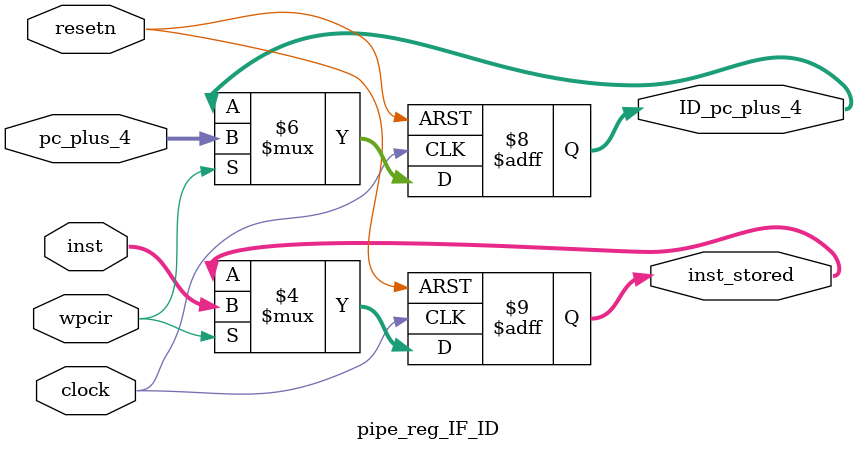
<source format=v>
`default_nettype none

module pipe_reg_IF_ID(
    input [31: 0] pc_plus_4, 
    input [31: 0] inst, 
    input wpcir, 
    input clock, 
    input resetn, 
    
    output reg [31: 0] ID_pc_plus_4, 
    output reg [31: 0] inst_stored
);
    // IF/ID 级流水线寄存器
    // inst_stored 是 inst 的寄存器版本

    always @ (negedge resetn or posedge clock)
    begin
        if (resetn == 0) begin
            ID_pc_plus_4 <= 0;
            inst_stored <= 0;
        end else if (wpcir != 0) begin
            ID_pc_plus_4 <= pc_plus_4;
            inst_stored <= inst;
        end
    end

endmodule
</source>
